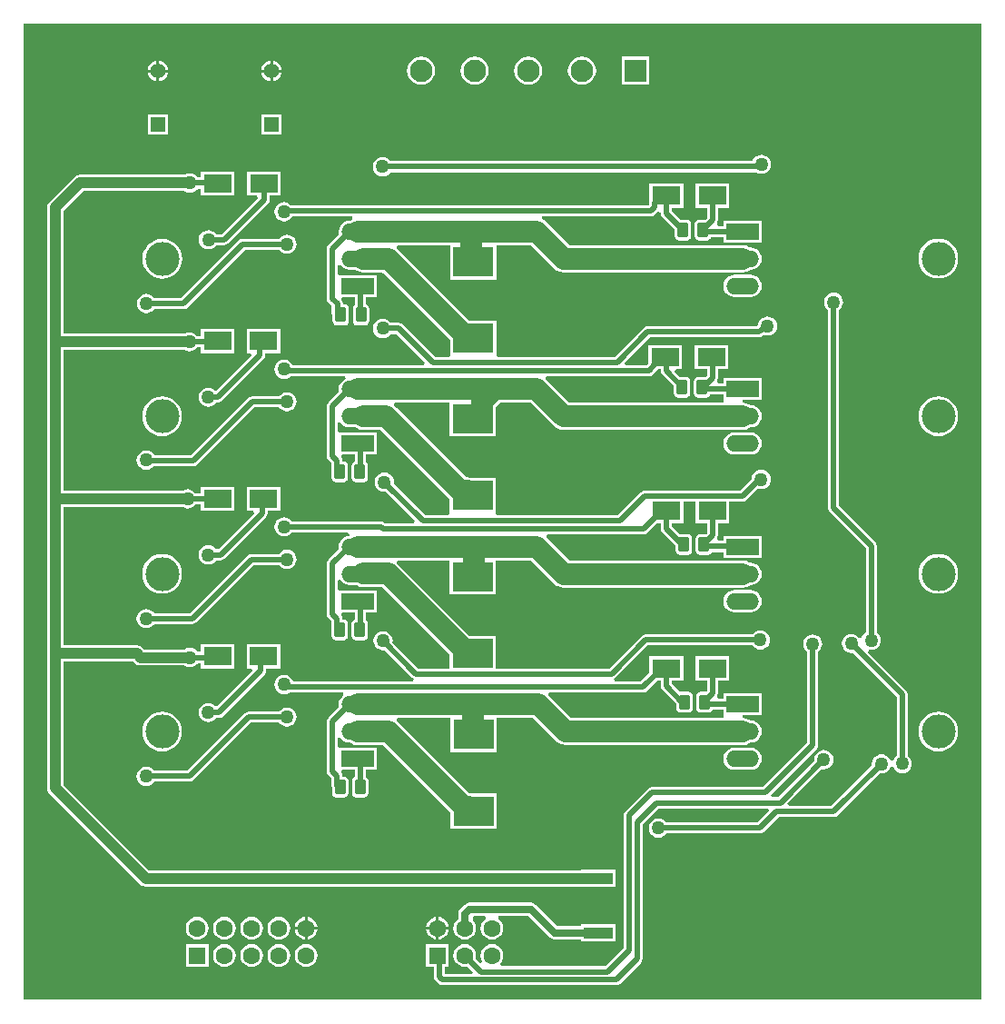
<source format=gbl>
G04*
G04 #@! TF.GenerationSoftware,Altium Limited,Altium Designer,20.0.13 (296)*
G04*
G04 Layer_Physical_Order=2*
G04 Layer_Color=16711680*
%FSLAX44Y44*%
%MOMM*%
G71*
G01*
G75*
G04:AMPARAMS|DCode=39|XSize=1mm|YSize=1.42mm|CornerRadius=0.125mm|HoleSize=0mm|Usage=FLASHONLY|Rotation=0.000|XOffset=0mm|YOffset=0mm|HoleType=Round|Shape=RoundedRectangle|*
%AMROUNDEDRECTD39*
21,1,1.0000,1.1700,0,0,0.0*
21,1,0.7500,1.4200,0,0,0.0*
1,1,0.2500,0.3750,-0.5850*
1,1,0.2500,-0.3750,-0.5850*
1,1,0.2500,-0.3750,0.5850*
1,1,0.2500,0.3750,0.5850*
%
%ADD39ROUNDEDRECTD39*%
%ADD44R,3.8100X2.7940*%
%ADD45R,2.6500X1.7500*%
%ADD49C,0.5000*%
%ADD51C,2.0000*%
%ADD53C,3.1750*%
%ADD54O,3.0480X1.5240*%
%ADD55R,3.0480X1.5240*%
%ADD56C,1.6050*%
%ADD57R,1.6050X1.6050*%
%ADD58R,2.1000X2.1000*%
%ADD59C,2.1000*%
%ADD60R,1.4000X1.4000*%
%ADD61C,1.4000*%
%ADD62C,1.2700*%
%ADD63C,4.0000*%
%ADD64R,2.7000X1.1000*%
%ADD65R,9.2000X10.7000*%
%ADD66C,1.0000*%
%ADD67C,0.7000*%
G36*
X896391Y3609D02*
X3609D01*
Y912891D01*
X896391D01*
Y3609D01*
D02*
G37*
%LPC*%
G36*
X235770Y878455D02*
Y870270D01*
X243955D01*
X243794Y871490D01*
X242833Y873811D01*
X241304Y875804D01*
X239311Y877333D01*
X236990Y878295D01*
X235770Y878455D01*
D02*
G37*
G36*
X129770D02*
Y870270D01*
X137955D01*
X137794Y871490D01*
X136833Y873811D01*
X135304Y875804D01*
X133311Y877333D01*
X130990Y878295D01*
X129770Y878455D01*
D02*
G37*
G36*
X127230D02*
X126010Y878295D01*
X123689Y877333D01*
X121696Y875804D01*
X120167Y873811D01*
X119206Y871490D01*
X119045Y870270D01*
X127230D01*
Y878455D01*
D02*
G37*
G36*
X233230D02*
X232010Y878295D01*
X229689Y877333D01*
X227696Y875804D01*
X226167Y873811D01*
X225205Y871490D01*
X225045Y870270D01*
X233230D01*
Y878455D01*
D02*
G37*
G36*
X243955Y867730D02*
X235770D01*
Y859545D01*
X236990Y859706D01*
X239311Y860667D01*
X241304Y862196D01*
X242833Y864189D01*
X243794Y866510D01*
X243955Y867730D01*
D02*
G37*
G36*
X137955D02*
X129770D01*
Y859545D01*
X130990Y859706D01*
X133311Y860667D01*
X135304Y862196D01*
X136833Y864189D01*
X137794Y866510D01*
X137955Y867730D01*
D02*
G37*
G36*
X127230D02*
X119045D01*
X119206Y866510D01*
X120167Y864189D01*
X121696Y862196D01*
X123689Y860667D01*
X126010Y859706D01*
X127230Y859545D01*
Y867730D01*
D02*
G37*
G36*
X233230D02*
X225045D01*
X225205Y866510D01*
X226167Y864189D01*
X227696Y862196D01*
X229689Y860667D01*
X232010Y859706D01*
X233230Y859545D01*
Y867730D01*
D02*
G37*
G36*
X587040Y882290D02*
X560960D01*
Y856210D01*
X587040D01*
Y882290D01*
D02*
G37*
G36*
X524000Y882402D02*
X520596Y881954D01*
X517424Y880640D01*
X514700Y878550D01*
X512610Y875826D01*
X511296Y872654D01*
X510848Y869250D01*
X511296Y865846D01*
X512610Y862674D01*
X514700Y859950D01*
X517424Y857860D01*
X520596Y856546D01*
X524000Y856097D01*
X527404Y856546D01*
X530576Y857860D01*
X533300Y859950D01*
X535390Y862674D01*
X536704Y865846D01*
X537152Y869250D01*
X536704Y872654D01*
X535390Y875826D01*
X533300Y878550D01*
X530576Y880640D01*
X527404Y881954D01*
X524000Y882402D01*
D02*
G37*
G36*
X474000D02*
X470596Y881954D01*
X467424Y880640D01*
X464700Y878550D01*
X462610Y875826D01*
X461296Y872654D01*
X460848Y869250D01*
X461296Y865846D01*
X462610Y862674D01*
X464700Y859950D01*
X467424Y857860D01*
X470596Y856546D01*
X474000Y856097D01*
X477404Y856546D01*
X480576Y857860D01*
X483300Y859950D01*
X485390Y862674D01*
X486704Y865846D01*
X487152Y869250D01*
X486704Y872654D01*
X485390Y875826D01*
X483300Y878550D01*
X480576Y880640D01*
X477404Y881954D01*
X474000Y882402D01*
D02*
G37*
G36*
X424000D02*
X420596Y881954D01*
X417424Y880640D01*
X414700Y878550D01*
X412610Y875826D01*
X411296Y872654D01*
X410848Y869250D01*
X411296Y865846D01*
X412610Y862674D01*
X414700Y859950D01*
X417424Y857860D01*
X420596Y856546D01*
X424000Y856097D01*
X427404Y856546D01*
X430576Y857860D01*
X433300Y859950D01*
X435390Y862674D01*
X436704Y865846D01*
X437152Y869250D01*
X436704Y872654D01*
X435390Y875826D01*
X433300Y878550D01*
X430576Y880640D01*
X427404Y881954D01*
X424000Y882402D01*
D02*
G37*
G36*
X374000D02*
X370596Y881954D01*
X367424Y880640D01*
X364700Y878550D01*
X362610Y875826D01*
X361296Y872654D01*
X360848Y869250D01*
X361296Y865846D01*
X362610Y862674D01*
X364700Y859950D01*
X367424Y857860D01*
X370596Y856546D01*
X374000Y856097D01*
X377404Y856546D01*
X380576Y857860D01*
X383300Y859950D01*
X385390Y862674D01*
X386704Y865846D01*
X387152Y869250D01*
X386704Y872654D01*
X385390Y875826D01*
X383300Y878550D01*
X380576Y880640D01*
X377404Y881954D01*
X374000Y882402D01*
D02*
G37*
G36*
X244040Y828540D02*
X224960D01*
Y809460D01*
X244040D01*
Y828540D01*
D02*
G37*
G36*
X138040D02*
X118960D01*
Y809460D01*
X138040D01*
Y828540D01*
D02*
G37*
G36*
X691250Y790967D02*
X688929Y790661D01*
X686767Y789765D01*
X684910Y788340D01*
X683485Y786483D01*
X682824Y784889D01*
X345262D01*
X344340Y786090D01*
X342483Y787515D01*
X340321Y788411D01*
X338000Y788717D01*
X335679Y788411D01*
X333517Y787515D01*
X331660Y786090D01*
X330235Y784233D01*
X329339Y782071D01*
X329033Y779750D01*
X329339Y777429D01*
X330235Y775267D01*
X331660Y773410D01*
X333517Y771985D01*
X335679Y771089D01*
X338000Y770783D01*
X340321Y771089D01*
X342483Y771985D01*
X344340Y773410D01*
X345262Y774611D01*
X686276D01*
X686767Y774235D01*
X688929Y773339D01*
X691250Y773033D01*
X693571Y773339D01*
X695733Y774235D01*
X697590Y775660D01*
X699015Y777517D01*
X699911Y779679D01*
X700217Y782000D01*
X699911Y784321D01*
X699015Y786483D01*
X697590Y788340D01*
X695733Y789765D01*
X693571Y790661D01*
X691250Y790967D01*
D02*
G37*
G36*
X200040Y775290D02*
X168460D01*
Y769639D01*
X165513D01*
X164590Y770840D01*
X162733Y772265D01*
X160571Y773161D01*
X158250Y773467D01*
X155929Y773161D01*
X153767Y772265D01*
X153558Y772105D01*
X55750D01*
X53782Y771846D01*
X52707Y771401D01*
X51947Y771086D01*
X50372Y769878D01*
X27622Y747128D01*
X26414Y745553D01*
X25654Y743718D01*
X25395Y741750D01*
Y617000D01*
Y470000D01*
Y326108D01*
Y200750D01*
X25654Y198782D01*
X26414Y196947D01*
X27622Y195372D01*
X111822Y111172D01*
X113398Y109964D01*
X115232Y109204D01*
X117200Y108945D01*
X523460D01*
Y108510D01*
X555540D01*
Y124590D01*
X523460D01*
Y124155D01*
X120350D01*
X40605Y203900D01*
Y318503D01*
X105640D01*
X107020Y317122D01*
X108595Y315914D01*
X109355Y315599D01*
X110429Y315154D01*
X112398Y314895D01*
X153558D01*
X153767Y314735D01*
X155929Y313839D01*
X158250Y313533D01*
X160571Y313839D01*
X162733Y314735D01*
X164590Y316160D01*
X165513Y317361D01*
X168340D01*
Y312140D01*
X199920D01*
Y334720D01*
X168340D01*
Y327639D01*
X165513D01*
X164590Y328840D01*
X162733Y330265D01*
X160571Y331161D01*
X158250Y331467D01*
X155929Y331161D01*
X153767Y330265D01*
X153558Y330105D01*
X115548D01*
X114167Y331485D01*
X112592Y332694D01*
X110758Y333454D01*
X108790Y333713D01*
X40605D01*
Y462395D01*
X151983D01*
X153929Y461589D01*
X156250Y461283D01*
X158571Y461589D01*
X160733Y462485D01*
X162590Y463910D01*
X163512Y465111D01*
X168340D01*
Y459037D01*
X199920D01*
Y481617D01*
X168340D01*
Y475389D01*
X163512D01*
X162590Y476590D01*
X160733Y478015D01*
X158571Y478911D01*
X156250Y479217D01*
X153929Y478911D01*
X151767Y478015D01*
X151232Y477605D01*
X40605D01*
Y609395D01*
X152656D01*
X153517Y608735D01*
X155679Y607839D01*
X158000Y607533D01*
X160321Y607839D01*
X162483Y608735D01*
X164340Y610160D01*
X165263Y611361D01*
X168340D01*
Y605933D01*
X199920D01*
Y628513D01*
X168340D01*
Y621639D01*
X165263D01*
X164340Y622840D01*
X162483Y624265D01*
X160321Y625161D01*
X158000Y625467D01*
X155679Y625161D01*
X154337Y624605D01*
X40605D01*
Y738600D01*
X58900Y756895D01*
X153558D01*
X153767Y756735D01*
X155929Y755839D01*
X158250Y755533D01*
X160571Y755839D01*
X162733Y756735D01*
X164590Y758160D01*
X165513Y759361D01*
X168460D01*
Y752710D01*
X200040D01*
Y775290D01*
D02*
G37*
G36*
X618540Y764040D02*
X586960D01*
Y746997D01*
X586861Y746500D01*
Y744128D01*
X586371Y743639D01*
X252937D01*
X252590Y744090D01*
X250733Y745515D01*
X248571Y746411D01*
X246250Y746717D01*
X243929Y746411D01*
X241767Y745515D01*
X239910Y744090D01*
X238485Y742233D01*
X237589Y740071D01*
X237283Y737750D01*
X237589Y735429D01*
X238485Y733267D01*
X239910Y731410D01*
X241767Y729985D01*
X243929Y729089D01*
X246250Y728783D01*
X248571Y729089D01*
X250733Y729985D01*
X252590Y731410D01*
X254015Y733267D01*
X254055Y733361D01*
X309512D01*
X310010Y730861D01*
X308736Y730334D01*
X307816Y729628D01*
X307440D01*
X304788Y729278D01*
X302316Y728255D01*
X300194Y726626D01*
X298565Y724504D01*
X297542Y722032D01*
X297192Y719380D01*
X297511Y716958D01*
X287616Y707064D01*
X286502Y705396D01*
X286111Y703430D01*
Y656750D01*
X286502Y654783D01*
X287616Y653116D01*
X290683Y650050D01*
Y642928D01*
X291074Y640962D01*
X291536Y640271D01*
Y635900D01*
X291830Y634421D01*
X292668Y633168D01*
X293921Y632330D01*
X295400Y632036D01*
X302900D01*
X304379Y632330D01*
X305632Y633168D01*
X306470Y634421D01*
X306764Y635900D01*
Y647600D01*
X306470Y649079D01*
X305632Y650332D01*
X304379Y651170D01*
X302900Y651464D01*
X300960D01*
Y652178D01*
X300569Y654145D01*
X299455Y655812D01*
X299347Y655920D01*
X300383Y658420D01*
X312361D01*
Y650996D01*
X311368Y650332D01*
X310530Y649079D01*
X310236Y647600D01*
Y635900D01*
X310530Y634421D01*
X311368Y633168D01*
X312621Y632330D01*
X314100Y632036D01*
X321600D01*
X323079Y632330D01*
X324332Y633168D01*
X325170Y634421D01*
X325464Y635900D01*
Y647600D01*
X325170Y649079D01*
X324332Y650332D01*
X323079Y651170D01*
X322639Y651258D01*
Y658420D01*
X332840D01*
Y678740D01*
X298889D01*
X297280Y678740D01*
X296389Y680871D01*
Y687766D01*
X297216Y688181D01*
X298889Y688435D01*
X300194Y686734D01*
X302316Y685105D01*
X304788Y684081D01*
X307440Y683732D01*
X313212D01*
X313976Y683146D01*
X317026Y681883D01*
X320300Y681452D01*
X338146D01*
X401160Y618438D01*
Y605139D01*
X401160Y603305D01*
X398936Y602639D01*
X386879D01*
X356884Y632634D01*
X355216Y633748D01*
X353250Y634139D01*
X345513D01*
X344590Y635340D01*
X342733Y636765D01*
X340571Y637661D01*
X338250Y637967D01*
X335929Y637661D01*
X333767Y636765D01*
X331910Y635340D01*
X330485Y633483D01*
X329589Y631321D01*
X329283Y629000D01*
X329589Y626679D01*
X330485Y624517D01*
X331910Y622660D01*
X333767Y621235D01*
X335929Y620339D01*
X338250Y620033D01*
X340571Y620339D01*
X342733Y621235D01*
X344590Y622660D01*
X345513Y623861D01*
X351121D01*
X377824Y597158D01*
X376868Y594849D01*
X254147D01*
X253895Y595457D01*
X252470Y597314D01*
X250613Y598739D01*
X248451Y599635D01*
X246130Y599940D01*
X243809Y599635D01*
X241647Y598739D01*
X239790Y597314D01*
X238365Y595457D01*
X237469Y593294D01*
X237163Y590973D01*
X237469Y588653D01*
X238365Y586490D01*
X239790Y584633D01*
X241647Y583208D01*
X243809Y582312D01*
X246130Y582007D01*
X248451Y582312D01*
X250613Y583208D01*
X252390Y584571D01*
X303131D01*
X303628Y582071D01*
X302196Y581478D01*
X300074Y579850D01*
X298445Y577727D01*
X297421Y575256D01*
X297072Y572603D01*
X297391Y570182D01*
X287496Y560287D01*
X286382Y558620D01*
X285991Y556653D01*
Y509973D01*
X286382Y508007D01*
X287496Y506340D01*
X290563Y503273D01*
Y501487D01*
X290536Y501350D01*
Y489650D01*
X290830Y488171D01*
X291668Y486918D01*
X292921Y486080D01*
X294400Y485786D01*
X301900D01*
X303379Y486080D01*
X304632Y486918D01*
X305470Y488171D01*
X305764Y489650D01*
Y501350D01*
X305470Y502829D01*
X304632Y504082D01*
X303379Y504920D01*
X301900Y505214D01*
X300840D01*
Y505402D01*
X300449Y507368D01*
X299335Y509035D01*
X299227Y509143D01*
X300263Y511643D01*
X312241D01*
Y505043D01*
X311621Y504920D01*
X310368Y504082D01*
X309530Y502829D01*
X309236Y501350D01*
Y489650D01*
X309530Y488171D01*
X310368Y486918D01*
X311621Y486080D01*
X313100Y485786D01*
X320600D01*
X322079Y486080D01*
X323332Y486918D01*
X324170Y488171D01*
X324464Y489650D01*
Y501350D01*
X324170Y502829D01*
X323332Y504082D01*
X322519Y504626D01*
Y511643D01*
X332720D01*
Y531963D01*
X298769D01*
X297160Y531963D01*
X296269Y534094D01*
Y540990D01*
X297096Y541404D01*
X298769Y541658D01*
X300074Y539957D01*
X302196Y538329D01*
X304668Y537305D01*
X307320Y536956D01*
X312936D01*
X313856Y536250D01*
X316906Y534986D01*
X320180Y534555D01*
X336058D01*
X400410Y470203D01*
Y457389D01*
X400410Y457055D01*
X399604Y454889D01*
X377878D01*
X348519Y484248D01*
X348717Y485750D01*
X348411Y488071D01*
X347515Y490233D01*
X346090Y492090D01*
X344233Y493515D01*
X342071Y494411D01*
X339750Y494717D01*
X337429Y494411D01*
X335267Y493515D01*
X333410Y492090D01*
X331985Y490233D01*
X331089Y488071D01*
X330783Y485750D01*
X331089Y483429D01*
X331985Y481267D01*
X333410Y479410D01*
X335267Y477985D01*
X337429Y477089D01*
X339750Y476783D01*
X341252Y476981D01*
X368574Y449658D01*
X367618Y447349D01*
X340814D01*
X340453Y447710D01*
X338786Y448824D01*
X336819Y449215D01*
X253393D01*
X252470Y450417D01*
X250613Y451842D01*
X248451Y452738D01*
X246130Y453043D01*
X243809Y452738D01*
X241647Y451842D01*
X239790Y450417D01*
X238365Y448560D01*
X237469Y446397D01*
X237163Y444077D01*
X237469Y441756D01*
X238365Y439593D01*
X239790Y437736D01*
X241647Y436311D01*
X243809Y435415D01*
X246130Y435110D01*
X248451Y435415D01*
X250613Y436311D01*
X252470Y437736D01*
X253393Y438938D01*
X305433D01*
X305537Y438886D01*
X306938Y436438D01*
X306597Y435859D01*
X304668Y435605D01*
X302196Y434581D01*
X300074Y432953D01*
X298445Y430830D01*
X297421Y428359D01*
X297072Y425707D01*
X297391Y423285D01*
X287496Y413390D01*
X286382Y411723D01*
X285991Y409757D01*
Y363077D01*
X286382Y361110D01*
X287496Y359443D01*
X290563Y356376D01*
Y354237D01*
X290536Y354100D01*
Y342400D01*
X290830Y340921D01*
X291668Y339668D01*
X292921Y338830D01*
X294400Y338536D01*
X301900D01*
X303379Y338830D01*
X304632Y339668D01*
X305470Y340921D01*
X305764Y342400D01*
Y354100D01*
X305470Y355579D01*
X304632Y356832D01*
X303379Y357670D01*
X301900Y357964D01*
X300840D01*
Y358505D01*
X300449Y360471D01*
X299335Y362139D01*
X299227Y362247D01*
X300263Y364747D01*
X312241D01*
Y357793D01*
X311621Y357670D01*
X310368Y356832D01*
X309530Y355579D01*
X309236Y354100D01*
Y342400D01*
X309530Y340921D01*
X310368Y339668D01*
X311621Y338830D01*
X313100Y338536D01*
X320600D01*
X322079Y338830D01*
X323332Y339668D01*
X324170Y340921D01*
X324464Y342400D01*
Y354100D01*
X324170Y355579D01*
X323332Y356832D01*
X322519Y357376D01*
Y364747D01*
X332720D01*
Y385067D01*
X298769D01*
X297160Y385067D01*
X296269Y387197D01*
Y394093D01*
X297096Y394507D01*
X298769Y394761D01*
X300074Y393060D01*
X302196Y391432D01*
X304668Y390408D01*
X307320Y390059D01*
X313092D01*
X313856Y389473D01*
X316906Y388209D01*
X320180Y387778D01*
X338026D01*
X400410Y325394D01*
Y312194D01*
X371573D01*
X347269Y336498D01*
X347467Y338000D01*
X347161Y340321D01*
X346265Y342483D01*
X344840Y344340D01*
X342983Y345765D01*
X340821Y346661D01*
X338500Y346967D01*
X336179Y346661D01*
X334017Y345765D01*
X332160Y344340D01*
X330735Y342483D01*
X329839Y340321D01*
X329533Y338000D01*
X329839Y335679D01*
X330735Y333517D01*
X332160Y331660D01*
X334017Y330235D01*
X336179Y329339D01*
X338500Y329033D01*
X340002Y329231D01*
X365811Y303421D01*
X367043Y302599D01*
X366796Y300537D01*
X366627Y300099D01*
X254543D01*
X253895Y301663D01*
X252470Y303520D01*
X250613Y304945D01*
X248451Y305841D01*
X246130Y306147D01*
X243809Y305841D01*
X241647Y304945D01*
X239790Y303520D01*
X238365Y301663D01*
X237469Y299501D01*
X237163Y297180D01*
X237469Y294859D01*
X238365Y292697D01*
X239790Y290840D01*
X241647Y289415D01*
X243809Y288519D01*
X246130Y288213D01*
X248451Y288519D01*
X250613Y289415D01*
X251143Y289821D01*
X301066D01*
X301347Y289291D01*
X301722Y287321D01*
X300074Y286056D01*
X298445Y283934D01*
X297421Y281462D01*
X297072Y278810D01*
X297391Y276388D01*
X287496Y266494D01*
X286382Y264827D01*
X285991Y262860D01*
Y216180D01*
X286382Y214214D01*
X287496Y212546D01*
X290563Y209480D01*
Y202358D01*
X290786Y201238D01*
Y195900D01*
X291080Y194421D01*
X291918Y193168D01*
X293171Y192330D01*
X294650Y192036D01*
X302150D01*
X303629Y192330D01*
X304882Y193168D01*
X305720Y194421D01*
X306014Y195900D01*
Y207600D01*
X305720Y209079D01*
X304882Y210332D01*
X303629Y211170D01*
X302150Y211464D01*
X300840D01*
Y211608D01*
X300449Y213575D01*
X299335Y215242D01*
X299227Y215350D01*
X300263Y217850D01*
X312241D01*
Y211244D01*
X311871Y211170D01*
X310618Y210332D01*
X309780Y209079D01*
X309486Y207600D01*
Y195900D01*
X309780Y194421D01*
X310618Y193168D01*
X311871Y192330D01*
X313350Y192036D01*
X320850D01*
X322329Y192330D01*
X323582Y193168D01*
X324420Y194421D01*
X324714Y195900D01*
Y207600D01*
X324420Y209079D01*
X323582Y210332D01*
X322519Y211043D01*
Y217850D01*
X332720D01*
Y238170D01*
X298769D01*
X297160Y238170D01*
X296269Y240301D01*
Y247196D01*
X297096Y247611D01*
X298769Y247865D01*
X300074Y246164D01*
X302196Y244535D01*
X304668Y243512D01*
X307320Y243162D01*
X307696D01*
X308616Y242456D01*
X311666Y241193D01*
X314940Y240762D01*
X338586D01*
X401410Y177938D01*
Y162805D01*
X444590D01*
Y195825D01*
X419852D01*
X419213Y195909D01*
X352769Y262354D01*
X351220Y263542D01*
X352069Y266042D01*
X401410D01*
Y234175D01*
X444590D01*
Y266042D01*
X478321D01*
X499857Y244506D01*
X502477Y242496D01*
X505527Y241232D01*
X508801Y240801D01*
X509126Y240844D01*
X509750Y240762D01*
X529590D01*
X530501Y240882D01*
X672928D01*
X673840Y240762D01*
X677114Y241193D01*
X680164Y242456D01*
X681084Y243162D01*
X681460D01*
X684112Y243512D01*
X686584Y244535D01*
X688706Y246164D01*
X690335Y248286D01*
X691358Y250758D01*
X691708Y253410D01*
X691358Y256062D01*
X690335Y258534D01*
X688706Y260656D01*
X686584Y262285D01*
X684112Y263309D01*
X681460Y263658D01*
X681121D01*
X680044Y264484D01*
X676994Y265747D01*
X673934Y266150D01*
X674098Y268650D01*
X691620D01*
Y288970D01*
X656060D01*
Y284069D01*
X651209D01*
X649947Y286569D01*
X650378Y287213D01*
X650769Y289180D01*
Y300890D01*
X661420D01*
Y323470D01*
X629840D01*
Y300890D01*
X640491D01*
Y291308D01*
X639647Y290464D01*
X634600D01*
X633121Y290170D01*
X631868Y289332D01*
X631030Y288079D01*
X630736Y286600D01*
Y274900D01*
X631030Y273421D01*
X631868Y272168D01*
X633121Y271330D01*
X634600Y271036D01*
X642100D01*
X643579Y271330D01*
X644832Y272168D01*
X645670Y273421D01*
X645744Y273791D01*
X656060D01*
Y268678D01*
X656060Y268650D01*
X655992Y266178D01*
X529590D01*
X528679Y266058D01*
X514079D01*
X492816Y287321D01*
X492900Y288094D01*
X493723Y289821D01*
X580910D01*
X582877Y290212D01*
X584544Y291326D01*
X594107Y300890D01*
X597491D01*
Y295680D01*
X597882Y293713D01*
X598996Y292046D01*
X612036Y279007D01*
Y274900D01*
X612330Y273421D01*
X613168Y272168D01*
X614421Y271330D01*
X615900Y271036D01*
X623400D01*
X624879Y271330D01*
X626133Y272168D01*
X626970Y273421D01*
X627264Y274900D01*
Y286600D01*
X626970Y288079D01*
X626133Y289332D01*
X624879Y290170D01*
X623400Y290464D01*
X615900D01*
X615244Y290334D01*
X607769Y297808D01*
Y300890D01*
X618420D01*
Y323470D01*
X586840D01*
Y308157D01*
X578781Y300099D01*
X554373D01*
X554204Y300537D01*
X553957Y302599D01*
X555189Y303421D01*
X585378Y333611D01*
X682988D01*
X683910Y332410D01*
X685767Y330985D01*
X687929Y330089D01*
X690250Y329783D01*
X692571Y330089D01*
X694733Y330985D01*
X696590Y332410D01*
X698015Y334267D01*
X698911Y336429D01*
X699217Y338750D01*
X698911Y341071D01*
X698015Y343233D01*
X696590Y345090D01*
X694733Y346515D01*
X692571Y347411D01*
X690250Y347717D01*
X687929Y347411D01*
X685767Y346515D01*
X683910Y345090D01*
X682988Y343889D01*
X583250D01*
X581283Y343498D01*
X579616Y342384D01*
X549426Y312194D01*
X443590D01*
Y342575D01*
X420064D01*
X418843Y342736D01*
X352209Y409370D01*
X350973Y410318D01*
X351822Y412818D01*
X400410D01*
Y380925D01*
X443590D01*
Y412938D01*
X476451D01*
X498026Y391363D01*
X498026Y391363D01*
X500646Y389353D01*
X502433Y388613D01*
X503696Y388089D01*
X506970Y387659D01*
X673840D01*
X677114Y388089D01*
X680164Y389353D01*
X681084Y390059D01*
X681460D01*
X684112Y390408D01*
X686584Y391432D01*
X688706Y393060D01*
X690335Y395183D01*
X691358Y397654D01*
X691708Y400307D01*
X691358Y402959D01*
X690335Y405430D01*
X688706Y407553D01*
X686584Y409181D01*
X684112Y410205D01*
X681460Y410554D01*
X681084D01*
X680164Y411260D01*
X677114Y412524D01*
X673840Y412955D01*
X512209D01*
X490634Y434530D01*
X490580Y434571D01*
X491429Y437071D01*
X581263D01*
X583230Y437462D01*
X584897Y438576D01*
X594107Y447787D01*
X597491D01*
Y442577D01*
X597882Y440610D01*
X598996Y438943D01*
X611536Y426404D01*
Y421900D01*
X611830Y420421D01*
X612668Y419168D01*
X613921Y418330D01*
X615400Y418036D01*
X622900D01*
X624379Y418330D01*
X625632Y419168D01*
X626470Y420421D01*
X626764Y421900D01*
Y433600D01*
X626470Y435079D01*
X625632Y436332D01*
X624379Y437170D01*
X622900Y437464D01*
X615400D01*
X615074Y437399D01*
X607769Y444705D01*
Y447787D01*
X618420D01*
Y467728D01*
X629840D01*
Y447787D01*
X640491D01*
Y438205D01*
X639750Y437464D01*
X634100D01*
X632621Y437170D01*
X631367Y436332D01*
X630530Y435079D01*
X630236Y433600D01*
Y421900D01*
X630530Y420421D01*
X631367Y419168D01*
X632621Y418330D01*
X634100Y418036D01*
X641600D01*
X643079Y418330D01*
X644332Y419168D01*
X645170Y420421D01*
X645223Y420688D01*
X656060D01*
Y415547D01*
X691620D01*
Y435867D01*
X656060D01*
Y430965D01*
X651209D01*
X649947Y433465D01*
X650378Y434110D01*
X650769Y436077D01*
Y447787D01*
X661420D01*
Y467728D01*
X673586D01*
X675553Y468119D01*
X677220Y469233D01*
X687991Y480004D01*
X688809Y479665D01*
X691130Y479360D01*
X693451Y479665D01*
X695613Y480561D01*
X697470Y481986D01*
X698895Y483843D01*
X699791Y486006D01*
X700097Y488327D01*
X699791Y490647D01*
X698895Y492810D01*
X697470Y494667D01*
X695613Y496092D01*
X693451Y496988D01*
X691130Y497293D01*
X688809Y496988D01*
X686647Y496092D01*
X684790Y494667D01*
X683365Y492810D01*
X682469Y490647D01*
X682222Y488769D01*
X671458Y478005D01*
X582420D01*
X580453Y477614D01*
X578786Y476500D01*
X557175Y454889D01*
X444396D01*
X443590Y457055D01*
X443590Y457389D01*
Y490075D01*
X418852D01*
X418030Y490183D01*
X418030Y490183D01*
X416204D01*
X350240Y556147D01*
X348692Y557335D01*
X349541Y559835D01*
X400410D01*
Y528425D01*
X443590D01*
Y548083D01*
X443698Y548905D01*
Y556045D01*
X447488Y559835D01*
X476451D01*
X497906Y538380D01*
X497906Y538380D01*
X497906Y538380D01*
X498026Y538260D01*
X498026Y538260D01*
X500646Y536250D01*
X503696Y534986D01*
X506970Y534555D01*
X673840D01*
X677114Y534986D01*
X680164Y536250D01*
X681084Y536956D01*
X681460D01*
X684112Y537305D01*
X686584Y538329D01*
X688706Y539957D01*
X690335Y542080D01*
X691358Y544551D01*
X691708Y547203D01*
X691358Y549856D01*
X690335Y552327D01*
X688706Y554450D01*
X686584Y556078D01*
X684112Y557102D01*
X681460Y557451D01*
X681121D01*
X680044Y558277D01*
X676994Y559540D01*
X673934Y559943D01*
X674098Y562443D01*
X691620D01*
Y582763D01*
X656060D01*
Y577862D01*
X651209D01*
X649947Y580362D01*
X650378Y581007D01*
X650769Y582973D01*
Y590960D01*
X660540D01*
Y613540D01*
X628960D01*
Y590960D01*
X640491D01*
Y585102D01*
X639354Y583964D01*
X632350D01*
X630871Y583670D01*
X629618Y582832D01*
X628780Y581579D01*
X628486Y580100D01*
Y568400D01*
X628780Y566921D01*
X629618Y565668D01*
X630871Y564830D01*
X632350Y564536D01*
X639850D01*
X641329Y564830D01*
X642582Y565668D01*
X643420Y566921D01*
X643552Y567585D01*
X656060D01*
Y562472D01*
X656060Y562443D01*
X655992Y559972D01*
X512089D01*
X490117Y581944D01*
X489951Y582071D01*
X490799Y584571D01*
X586367D01*
X588333Y584963D01*
X590000Y586076D01*
X594884Y590960D01*
X597491D01*
Y589473D01*
X597882Y587507D01*
X598996Y585840D01*
X609786Y575050D01*
Y568400D01*
X610080Y566921D01*
X610918Y565668D01*
X612171Y564830D01*
X613650Y564536D01*
X621150D01*
X622629Y564830D01*
X623882Y565668D01*
X624720Y566921D01*
X625014Y568400D01*
Y580100D01*
X624720Y581579D01*
X623882Y582832D01*
X622629Y583670D01*
X621150Y583964D01*
X615406D01*
X610720Y588650D01*
X611677Y590960D01*
X617540D01*
Y613540D01*
X585960D01*
Y596571D01*
X584238Y594849D01*
X564632D01*
X563676Y597158D01*
X587379Y620861D01*
X688750D01*
X690716Y621253D01*
X692035Y622134D01*
X692633Y622253D01*
X693727Y622983D01*
X694679Y622589D01*
X697000Y622283D01*
X699321Y622589D01*
X701483Y623485D01*
X703340Y624910D01*
X704765Y626767D01*
X705661Y628929D01*
X705967Y631250D01*
X705661Y633571D01*
X704765Y635733D01*
X703340Y637590D01*
X701483Y639015D01*
X699321Y639911D01*
X697000Y640217D01*
X694679Y639911D01*
X692517Y639015D01*
X690660Y637590D01*
X689235Y635733D01*
X688339Y633571D01*
X688107Y631812D01*
X687784Y631748D01*
X686872Y631139D01*
X585250D01*
X583284Y630748D01*
X581616Y629634D01*
X554621Y602639D01*
X446564D01*
X444340Y603305D01*
X444340Y605139D01*
Y636325D01*
X419602D01*
X418963Y636409D01*
X352329Y703044D01*
X350937Y704112D01*
X351785Y706612D01*
X401160D01*
Y674675D01*
X444340D01*
Y706612D01*
X476571D01*
X498026Y685156D01*
X498026Y685156D01*
X500646Y683146D01*
X503696Y681883D01*
X506970Y681452D01*
X506970Y681452D01*
X673840D01*
X677114Y681883D01*
X680164Y683146D01*
X681084Y683852D01*
X681460D01*
X684112Y684202D01*
X686584Y685225D01*
X688706Y686854D01*
X690335Y688976D01*
X691358Y691448D01*
X691708Y694100D01*
X691358Y696752D01*
X690335Y699224D01*
X688706Y701346D01*
X686584Y702975D01*
X684112Y703998D01*
X681460Y704348D01*
X681084D01*
X680164Y705054D01*
X677114Y706317D01*
X673840Y706748D01*
X512209D01*
X490754Y728204D01*
X488134Y730214D01*
X486571Y730861D01*
X487068Y733361D01*
X588500D01*
X590466Y733752D01*
X592134Y734866D01*
X595111Y737844D01*
X597168Y737236D01*
X597611Y736910D01*
Y736250D01*
X598002Y734284D01*
X599116Y732616D01*
X610536Y721197D01*
Y714900D01*
X610830Y713421D01*
X611668Y712168D01*
X612921Y711330D01*
X614400Y711036D01*
X621900D01*
X623379Y711330D01*
X624632Y712168D01*
X625470Y713421D01*
X625764Y714900D01*
Y726600D01*
X625470Y728079D01*
X624632Y729332D01*
X623379Y730170D01*
X621900Y730464D01*
X615803D01*
X607889Y738379D01*
Y741460D01*
X618540D01*
Y764040D01*
D02*
G37*
G36*
X243040Y775290D02*
X211460D01*
Y752710D01*
X220657D01*
X221693Y750210D01*
X188372Y716889D01*
X182903D01*
X181980Y718090D01*
X180123Y719515D01*
X177961Y720411D01*
X175640Y720717D01*
X173319Y720411D01*
X171157Y719515D01*
X169300Y718090D01*
X167875Y716233D01*
X166979Y714071D01*
X166673Y711750D01*
X166979Y709429D01*
X167875Y707267D01*
X169300Y705410D01*
X171157Y703985D01*
X173319Y703089D01*
X175640Y702783D01*
X177961Y703089D01*
X180123Y703985D01*
X181980Y705410D01*
X182903Y706611D01*
X190500D01*
X192467Y707002D01*
X194134Y708116D01*
X231384Y745366D01*
X232498Y747033D01*
X232889Y749000D01*
Y752710D01*
X243040D01*
Y775290D01*
D02*
G37*
G36*
X661540Y764040D02*
X629960D01*
Y741460D01*
X640611D01*
Y731879D01*
X639197Y730464D01*
X633100D01*
X631621Y730170D01*
X630368Y729332D01*
X629530Y728079D01*
X629236Y726600D01*
Y714900D01*
X629530Y713421D01*
X630368Y712168D01*
X631621Y711330D01*
X633100Y711036D01*
X640600D01*
X642079Y711330D01*
X643332Y712168D01*
X644170Y713421D01*
X644357Y714361D01*
X656060D01*
Y709340D01*
X691620D01*
Y729660D01*
X656060D01*
Y724639D01*
X651329D01*
X650067Y727139D01*
X650498Y727784D01*
X650889Y729750D01*
Y741460D01*
X661540D01*
Y764040D01*
D02*
G37*
G36*
X249000Y716467D02*
X246679Y716161D01*
X244517Y715265D01*
X242660Y713840D01*
X241737Y712639D01*
X207750D01*
X205784Y712248D01*
X204116Y711134D01*
X150372Y657389D01*
X125013D01*
X124090Y658590D01*
X122233Y660015D01*
X120071Y660911D01*
X117750Y661217D01*
X115429Y660911D01*
X113267Y660015D01*
X111410Y658590D01*
X109985Y656733D01*
X109089Y654571D01*
X108783Y652250D01*
X109089Y649929D01*
X109985Y647767D01*
X111410Y645910D01*
X113267Y644485D01*
X115429Y643589D01*
X117750Y643283D01*
X120071Y643589D01*
X122233Y644485D01*
X124090Y645910D01*
X125013Y647111D01*
X152500D01*
X154466Y647502D01*
X156134Y648616D01*
X209879Y702361D01*
X241737D01*
X242660Y701160D01*
X244517Y699735D01*
X246679Y698839D01*
X249000Y698533D01*
X251321Y698839D01*
X253483Y699735D01*
X255340Y701160D01*
X256765Y703017D01*
X257661Y705179D01*
X257967Y707500D01*
X257661Y709821D01*
X256765Y711983D01*
X255340Y713840D01*
X253483Y715265D01*
X251321Y716161D01*
X249000Y716467D01*
D02*
G37*
G36*
X856340Y712604D02*
X852730Y712249D01*
X849259Y711196D01*
X846060Y709486D01*
X843256Y707184D01*
X840954Y704380D01*
X839244Y701181D01*
X838191Y697710D01*
X837836Y694100D01*
X838191Y690490D01*
X839244Y687019D01*
X840954Y683820D01*
X843256Y681016D01*
X846060Y678714D01*
X849259Y677004D01*
X852730Y675951D01*
X856340Y675596D01*
X859950Y675951D01*
X863421Y677004D01*
X866620Y678714D01*
X869424Y681016D01*
X871726Y683820D01*
X873436Y687019D01*
X874489Y690490D01*
X874844Y694100D01*
X874489Y697710D01*
X873436Y701181D01*
X871726Y704380D01*
X869424Y707184D01*
X866620Y709486D01*
X863421Y711196D01*
X859950Y712249D01*
X856340Y712604D01*
D02*
G37*
G36*
X132560Y712484D02*
X128950Y712129D01*
X125479Y711076D01*
X122280Y709366D01*
X119476Y707064D01*
X117174Y704260D01*
X115464Y701061D01*
X114411Y697590D01*
X114056Y693980D01*
X114411Y690370D01*
X115464Y686899D01*
X117174Y683700D01*
X119476Y680896D01*
X122280Y678594D01*
X125479Y676884D01*
X128950Y675831D01*
X132560Y675476D01*
X136170Y675831D01*
X139641Y676884D01*
X142840Y678594D01*
X145644Y680896D01*
X147946Y683700D01*
X149656Y686899D01*
X150709Y690370D01*
X151064Y693980D01*
X150709Y697590D01*
X149656Y701061D01*
X147946Y704260D01*
X145644Y707064D01*
X142840Y709366D01*
X139641Y711076D01*
X136170Y712129D01*
X132560Y712484D01*
D02*
G37*
G36*
X681460Y678948D02*
X666220D01*
X663568Y678598D01*
X661096Y677575D01*
X658974Y675946D01*
X657345Y673824D01*
X656321Y671352D01*
X655972Y668700D01*
X656321Y666048D01*
X657345Y663576D01*
X658974Y661454D01*
X661096Y659825D01*
X663568Y658801D01*
X666220Y658452D01*
X681460D01*
X684112Y658801D01*
X686584Y659825D01*
X688706Y661454D01*
X690335Y663576D01*
X691358Y666048D01*
X691708Y668700D01*
X691358Y671352D01*
X690335Y673824D01*
X688706Y675946D01*
X686584Y677575D01*
X684112Y678598D01*
X681460Y678948D01*
D02*
G37*
G36*
X242920Y628513D02*
X211340D01*
Y605933D01*
X214900D01*
X215856Y603624D01*
X184375Y572143D01*
X181860Y571314D01*
X180003Y572739D01*
X177841Y573634D01*
X175520Y573940D01*
X173199Y573634D01*
X171037Y572739D01*
X169179Y571314D01*
X167755Y569457D01*
X166859Y567294D01*
X166553Y564973D01*
X166859Y562653D01*
X167755Y560490D01*
X169179Y558633D01*
X171037Y557208D01*
X173199Y556312D01*
X175520Y556007D01*
X177841Y556312D01*
X180003Y557208D01*
X181860Y558633D01*
X183025Y560151D01*
X184790D01*
X186757Y560542D01*
X188424Y561656D01*
X227036Y600269D01*
X228150Y601936D01*
X228541Y603902D01*
Y605933D01*
X242920D01*
Y628513D01*
D02*
G37*
G36*
X248880Y569690D02*
X246559Y569384D01*
X244397Y568489D01*
X242540Y567064D01*
X241617Y565862D01*
X216473D01*
X214507Y565471D01*
X212840Y564357D01*
X159095Y510612D01*
X125504D01*
X125395Y510873D01*
X123970Y512730D01*
X122113Y514155D01*
X119951Y515051D01*
X117630Y515357D01*
X115309Y515051D01*
X113147Y514155D01*
X111290Y512730D01*
X109865Y510873D01*
X108969Y508711D01*
X108663Y506390D01*
X108969Y504069D01*
X109865Y501907D01*
X111290Y500050D01*
X113147Y498625D01*
X115309Y497729D01*
X117630Y497423D01*
X119951Y497729D01*
X122113Y498625D01*
X123970Y500050D01*
X124189Y500335D01*
X161223D01*
X163190Y500726D01*
X164857Y501840D01*
X218602Y555585D01*
X241617D01*
X242540Y554383D01*
X244397Y552958D01*
X246559Y552062D01*
X248880Y551757D01*
X251201Y552062D01*
X253363Y552958D01*
X255220Y554383D01*
X256645Y556240D01*
X257541Y558403D01*
X257847Y560723D01*
X257541Y563044D01*
X256645Y565207D01*
X255220Y567064D01*
X253363Y568489D01*
X251201Y569384D01*
X248880Y569690D01*
D02*
G37*
G36*
X856340Y565707D02*
X852730Y565352D01*
X849259Y564299D01*
X846060Y562589D01*
X843256Y560288D01*
X840954Y557484D01*
X839244Y554285D01*
X838191Y550813D01*
X837836Y547203D01*
X838191Y543593D01*
X839244Y540122D01*
X840954Y536923D01*
X843256Y534119D01*
X846060Y531818D01*
X849259Y530108D01*
X852730Y529055D01*
X856340Y528699D01*
X859950Y529055D01*
X863421Y530108D01*
X866620Y531818D01*
X869424Y534119D01*
X871726Y536923D01*
X873436Y540122D01*
X874489Y543593D01*
X874844Y547203D01*
X874489Y550813D01*
X873436Y554285D01*
X871726Y557484D01*
X869424Y560288D01*
X866620Y562589D01*
X863421Y564299D01*
X859950Y565352D01*
X856340Y565707D01*
D02*
G37*
G36*
X132440D02*
X128830Y565352D01*
X125359Y564299D01*
X122160Y562589D01*
X119356Y560288D01*
X117054Y557484D01*
X115344Y554285D01*
X114291Y550813D01*
X113936Y547203D01*
X114291Y543593D01*
X115344Y540122D01*
X117054Y536923D01*
X119356Y534119D01*
X122160Y531818D01*
X125359Y530108D01*
X128830Y529055D01*
X132440Y528699D01*
X136050Y529055D01*
X139521Y530108D01*
X142720Y531818D01*
X145524Y534119D01*
X147826Y536923D01*
X149536Y540122D01*
X150589Y543593D01*
X150944Y547203D01*
X150589Y550813D01*
X149536Y554285D01*
X147826Y557484D01*
X145524Y560288D01*
X142720Y562589D01*
X139521Y564299D01*
X136050Y565352D01*
X132440Y565707D01*
D02*
G37*
G36*
X681460Y532051D02*
X666220D01*
X663568Y531702D01*
X661096Y530678D01*
X658974Y529049D01*
X657345Y526927D01*
X656321Y524456D01*
X655972Y521803D01*
X656321Y519151D01*
X657345Y516679D01*
X658974Y514557D01*
X661096Y512929D01*
X663568Y511905D01*
X666220Y511556D01*
X681460D01*
X684112Y511905D01*
X686584Y512929D01*
X688706Y514557D01*
X690335Y516679D01*
X691358Y519151D01*
X691708Y521803D01*
X691358Y524456D01*
X690335Y526927D01*
X688706Y529049D01*
X686584Y530678D01*
X684112Y531702D01*
X681460Y532051D01*
D02*
G37*
G36*
X242920Y481617D02*
X211340D01*
Y459037D01*
X217253D01*
X218210Y456727D01*
X185073Y423590D01*
X182403Y423710D01*
X181860Y424417D01*
X180003Y425842D01*
X177841Y426738D01*
X175520Y427043D01*
X173199Y426738D01*
X171037Y425842D01*
X169179Y424417D01*
X167755Y422560D01*
X166859Y420397D01*
X166553Y418077D01*
X166859Y415756D01*
X167755Y413593D01*
X169179Y411736D01*
X171037Y410311D01*
X173199Y409416D01*
X175520Y409110D01*
X177841Y409416D01*
X180003Y410311D01*
X181860Y411736D01*
X182782Y412938D01*
X186827D01*
X188793Y413329D01*
X190460Y414443D01*
X229389Y453372D01*
X230503Y455039D01*
X230894Y457006D01*
Y459037D01*
X242920D01*
Y481617D01*
D02*
G37*
G36*
X248880Y422793D02*
X246559Y422488D01*
X244397Y421592D01*
X242540Y420167D01*
X241617Y418965D01*
X215827D01*
X213860Y418574D01*
X212193Y417460D01*
X158448Y363715D01*
X124893D01*
X123970Y364917D01*
X122113Y366342D01*
X119951Y367238D01*
X117630Y367543D01*
X115309Y367238D01*
X113147Y366342D01*
X111290Y364917D01*
X109865Y363060D01*
X108969Y360897D01*
X108663Y358577D01*
X108969Y356256D01*
X109865Y354093D01*
X111290Y352236D01*
X113147Y350811D01*
X115309Y349916D01*
X117630Y349610D01*
X119951Y349916D01*
X122113Y350811D01*
X123970Y352236D01*
X124893Y353438D01*
X160577D01*
X162543Y353829D01*
X164210Y354943D01*
X217955Y408688D01*
X241617D01*
X242540Y407486D01*
X244397Y406061D01*
X246559Y405165D01*
X248880Y404860D01*
X251201Y405165D01*
X253363Y406061D01*
X255220Y407486D01*
X256645Y409343D01*
X257541Y411506D01*
X257847Y413827D01*
X257541Y416147D01*
X256645Y418310D01*
X255220Y420167D01*
X253363Y421592D01*
X251201Y422488D01*
X248880Y422793D01*
D02*
G37*
G36*
X856340Y418811D02*
X852730Y418455D01*
X849259Y417402D01*
X846060Y415692D01*
X843256Y413391D01*
X840954Y410587D01*
X839244Y407388D01*
X838191Y403917D01*
X837836Y400307D01*
X838191Y396697D01*
X839244Y393226D01*
X840954Y390026D01*
X843256Y387222D01*
X846060Y384921D01*
X849259Y383211D01*
X852730Y382158D01*
X856340Y381803D01*
X859950Y382158D01*
X863421Y383211D01*
X866620Y384921D01*
X869424Y387222D01*
X871726Y390026D01*
X873436Y393226D01*
X874489Y396697D01*
X874844Y400307D01*
X874489Y403917D01*
X873436Y407388D01*
X871726Y410587D01*
X869424Y413391D01*
X866620Y415692D01*
X863421Y417402D01*
X859950Y418455D01*
X856340Y418811D01*
D02*
G37*
G36*
X132440D02*
X128830Y418455D01*
X125359Y417402D01*
X122160Y415692D01*
X119356Y413391D01*
X117054Y410587D01*
X115344Y407388D01*
X114291Y403917D01*
X113936Y400307D01*
X114291Y396697D01*
X115344Y393226D01*
X117054Y390026D01*
X119356Y387222D01*
X122160Y384921D01*
X125359Y383211D01*
X128830Y382158D01*
X132440Y381803D01*
X136050Y382158D01*
X139521Y383211D01*
X142720Y384921D01*
X145524Y387222D01*
X147826Y390026D01*
X149536Y393226D01*
X150589Y396697D01*
X150944Y400307D01*
X150589Y403917D01*
X149536Y407388D01*
X147826Y410587D01*
X145524Y413391D01*
X142720Y415692D01*
X139521Y417402D01*
X136050Y418455D01*
X132440Y418811D01*
D02*
G37*
G36*
X681460Y385154D02*
X666220D01*
X663568Y384805D01*
X661096Y383781D01*
X658974Y382153D01*
X657345Y380031D01*
X656321Y377559D01*
X655972Y374907D01*
X656321Y372254D01*
X657345Y369783D01*
X658974Y367660D01*
X661096Y366032D01*
X663568Y365008D01*
X666220Y364659D01*
X681460D01*
X684112Y365008D01*
X686584Y366032D01*
X688706Y367660D01*
X690335Y369783D01*
X691358Y372254D01*
X691708Y374907D01*
X691358Y377559D01*
X690335Y380031D01*
X688706Y382153D01*
X686584Y383781D01*
X684112Y384805D01*
X681460Y385154D01*
D02*
G37*
G36*
X758750Y662467D02*
X756429Y662161D01*
X754267Y661265D01*
X752410Y659840D01*
X750985Y657983D01*
X750089Y655821D01*
X749783Y653500D01*
X750089Y651179D01*
X750985Y649017D01*
X752410Y647160D01*
X753611Y646237D01*
Y461500D01*
X754002Y459534D01*
X755116Y457866D01*
X788611Y424371D01*
Y345762D01*
X787410Y344840D01*
X785985Y342983D01*
X785193Y341072D01*
X784730Y340840D01*
X784475Y340769D01*
X782539Y340605D01*
X781590Y341840D01*
X779733Y343265D01*
X777571Y344161D01*
X775250Y344467D01*
X772929Y344161D01*
X770767Y343265D01*
X768910Y341840D01*
X767485Y339983D01*
X766589Y337821D01*
X766283Y335500D01*
X766589Y333179D01*
X767485Y331017D01*
X768910Y329160D01*
X770767Y327735D01*
X772929Y326839D01*
X775250Y326533D01*
X776752Y326731D01*
X817611Y285872D01*
Y230763D01*
X816410Y229840D01*
X814985Y227983D01*
X814233Y226169D01*
X814053Y226122D01*
X812922Y226007D01*
X811646Y226210D01*
X811015Y227733D01*
X809590Y229590D01*
X807733Y231015D01*
X805571Y231911D01*
X803250Y232217D01*
X800929Y231911D01*
X798767Y231015D01*
X796910Y229590D01*
X795485Y227733D01*
X794589Y225571D01*
X794283Y223250D01*
X794481Y221748D01*
X756621Y183889D01*
X716672D01*
X715716Y186198D01*
X747998Y218481D01*
X749500Y218283D01*
X751821Y218589D01*
X753983Y219485D01*
X755840Y220910D01*
X757265Y222767D01*
X758161Y224929D01*
X758467Y227250D01*
X758161Y229571D01*
X757265Y231733D01*
X755840Y233590D01*
X753983Y235015D01*
X751821Y235911D01*
X749500Y236217D01*
X747179Y235911D01*
X745017Y235015D01*
X743160Y233590D01*
X741735Y231733D01*
X740839Y229571D01*
X740533Y227250D01*
X740731Y225748D01*
X707122Y192139D01*
X701441D01*
X700406Y194639D01*
X742884Y237116D01*
X743997Y238783D01*
X744389Y240750D01*
Y327738D01*
X745590Y328660D01*
X747015Y330517D01*
X747911Y332679D01*
X748217Y335000D01*
X747911Y337321D01*
X747015Y339483D01*
X745590Y341340D01*
X743733Y342765D01*
X741571Y343661D01*
X739250Y343967D01*
X736929Y343661D01*
X734767Y342765D01*
X732910Y341340D01*
X731485Y339483D01*
X730589Y337321D01*
X730283Y335000D01*
X730589Y332679D01*
X731485Y330517D01*
X732910Y328660D01*
X734111Y327738D01*
Y242878D01*
X692871Y201639D01*
X589250D01*
X587284Y201248D01*
X585616Y200134D01*
X564366Y178884D01*
X563252Y177216D01*
X562861Y175250D01*
Y51628D01*
X545911Y34679D01*
X448386D01*
X447538Y37179D01*
X447585Y37215D01*
X449278Y39422D01*
X450343Y41992D01*
X450706Y44750D01*
X450343Y47508D01*
X449278Y50078D01*
X447585Y52285D01*
X445378Y53979D01*
X442808Y55043D01*
X440050Y55406D01*
X437292Y55043D01*
X434722Y53979D01*
X432515Y52285D01*
X430821Y50078D01*
X429757Y47508D01*
X429394Y44750D01*
X429757Y41992D01*
X430821Y39422D01*
X430956Y39247D01*
X429072Y37595D01*
X424865Y41803D01*
X424943Y41992D01*
X425306Y44750D01*
X424943Y47508D01*
X423879Y50078D01*
X422185Y52285D01*
X419978Y53979D01*
X417408Y55043D01*
X414650Y55406D01*
X411892Y55043D01*
X409322Y53979D01*
X407115Y52285D01*
X405421Y50078D01*
X404357Y47508D01*
X403994Y44750D01*
X404357Y41992D01*
X405421Y39422D01*
X407115Y37215D01*
X409322Y35522D01*
X411892Y34457D01*
X414650Y34094D01*
X417408Y34457D01*
X417597Y34535D01*
X422684Y29448D01*
X421728Y27139D01*
X396139D01*
Y34185D01*
X399815D01*
Y55315D01*
X378685D01*
Y34185D01*
X385861D01*
Y24929D01*
X386252Y22962D01*
X387366Y21295D01*
X390295Y18366D01*
X391962Y17252D01*
X393929Y16861D01*
X556000D01*
X557966Y17252D01*
X559634Y18366D01*
X579174Y37906D01*
X580288Y39574D01*
X580679Y41540D01*
Y166912D01*
X595629Y181861D01*
X697828D01*
X698784Y179552D01*
X687871Y168639D01*
X602513D01*
X601590Y169840D01*
X599733Y171265D01*
X597571Y172161D01*
X595250Y172467D01*
X592929Y172161D01*
X590767Y171265D01*
X588910Y169840D01*
X587485Y167983D01*
X586589Y165821D01*
X586283Y163500D01*
X586589Y161179D01*
X587485Y159017D01*
X588910Y157160D01*
X590767Y155735D01*
X592929Y154839D01*
X595250Y154533D01*
X597571Y154839D01*
X599733Y155735D01*
X601590Y157160D01*
X602513Y158361D01*
X690000D01*
X691966Y158752D01*
X693634Y159866D01*
X707378Y173611D01*
X758750D01*
X760716Y174002D01*
X762384Y175116D01*
X801748Y214481D01*
X803250Y214283D01*
X805571Y214589D01*
X807733Y215485D01*
X809590Y216910D01*
X811015Y218767D01*
X811767Y220581D01*
X811947Y220628D01*
X813078Y220743D01*
X814353Y220540D01*
X814985Y219017D01*
X816410Y217160D01*
X818267Y215735D01*
X820429Y214839D01*
X822750Y214533D01*
X825071Y214839D01*
X827233Y215735D01*
X829090Y217160D01*
X830515Y219017D01*
X831411Y221179D01*
X831717Y223500D01*
X831411Y225821D01*
X830515Y227983D01*
X829090Y229840D01*
X827889Y230763D01*
Y288000D01*
X827498Y289967D01*
X826384Y291634D01*
X790488Y327529D01*
X791145Y329142D01*
X791757Y329796D01*
X793750Y329533D01*
X796071Y329839D01*
X798233Y330735D01*
X800090Y332160D01*
X801515Y334017D01*
X802411Y336179D01*
X802717Y338500D01*
X802411Y340821D01*
X801515Y342983D01*
X800090Y344840D01*
X798889Y345762D01*
Y426500D01*
X798498Y428466D01*
X797384Y430134D01*
X763889Y463629D01*
Y646237D01*
X765090Y647160D01*
X766515Y649017D01*
X767411Y651179D01*
X767717Y653500D01*
X767411Y655821D01*
X766515Y657983D01*
X765090Y659840D01*
X763233Y661265D01*
X761071Y662161D01*
X758750Y662467D01*
D02*
G37*
G36*
X242920Y334720D02*
X211340D01*
Y312140D01*
X216106D01*
X217063Y309830D01*
X184831Y277598D01*
X181860Y277521D01*
X180003Y278945D01*
X177841Y279841D01*
X175520Y280147D01*
X173199Y279841D01*
X171037Y278945D01*
X169179Y277521D01*
X167755Y275663D01*
X166859Y273501D01*
X166553Y271180D01*
X166859Y268859D01*
X167755Y266697D01*
X169179Y264840D01*
X171037Y263415D01*
X173199Y262519D01*
X175520Y262213D01*
X177841Y262519D01*
X180003Y263415D01*
X181860Y264840D01*
X182782Y266041D01*
X185680D01*
X187647Y266432D01*
X189314Y267546D01*
X228243Y306475D01*
X229357Y308143D01*
X229748Y310109D01*
Y312140D01*
X242920D01*
Y334720D01*
D02*
G37*
G36*
X248880Y275897D02*
X246559Y275591D01*
X244397Y274695D01*
X242540Y273270D01*
X241617Y272069D01*
X213180D01*
X211213Y271678D01*
X209546Y270564D01*
X155801Y216819D01*
X124893D01*
X123970Y218020D01*
X122113Y219445D01*
X119951Y220341D01*
X117630Y220647D01*
X115309Y220341D01*
X113147Y219445D01*
X111290Y218020D01*
X109865Y216163D01*
X108969Y214001D01*
X108663Y211680D01*
X108969Y209359D01*
X109865Y207197D01*
X111290Y205340D01*
X113147Y203915D01*
X115309Y203019D01*
X117630Y202713D01*
X119951Y203019D01*
X122113Y203915D01*
X123970Y205340D01*
X124893Y206541D01*
X157930D01*
X159896Y206933D01*
X161564Y208046D01*
X215308Y261791D01*
X241617D01*
X242540Y260590D01*
X244397Y259165D01*
X246559Y258269D01*
X248880Y257963D01*
X251201Y258269D01*
X253363Y259165D01*
X255220Y260590D01*
X256645Y262447D01*
X257541Y264609D01*
X257847Y266930D01*
X257541Y269251D01*
X256645Y271413D01*
X255220Y273270D01*
X253363Y274695D01*
X251201Y275591D01*
X248880Y275897D01*
D02*
G37*
G36*
X856340Y271914D02*
X852730Y271559D01*
X849259Y270506D01*
X846060Y268796D01*
X843256Y266494D01*
X840954Y263690D01*
X839244Y260491D01*
X838191Y257020D01*
X837836Y253410D01*
X838191Y249800D01*
X839244Y246329D01*
X840954Y243130D01*
X843256Y240326D01*
X846060Y238024D01*
X849259Y236314D01*
X852730Y235261D01*
X856340Y234906D01*
X859950Y235261D01*
X863421Y236314D01*
X866620Y238024D01*
X869424Y240326D01*
X871726Y243130D01*
X873436Y246329D01*
X874489Y249800D01*
X874844Y253410D01*
X874489Y257020D01*
X873436Y260491D01*
X871726Y263690D01*
X869424Y266494D01*
X866620Y268796D01*
X863421Y270506D01*
X859950Y271559D01*
X856340Y271914D01*
D02*
G37*
G36*
X132440D02*
X128830Y271559D01*
X125359Y270506D01*
X122160Y268796D01*
X119356Y266494D01*
X117054Y263690D01*
X115344Y260491D01*
X114291Y257020D01*
X113936Y253410D01*
X114291Y249800D01*
X115344Y246329D01*
X117054Y243130D01*
X119356Y240326D01*
X122160Y238024D01*
X125359Y236314D01*
X128830Y235261D01*
X132440Y234906D01*
X136050Y235261D01*
X139521Y236314D01*
X142720Y238024D01*
X145524Y240326D01*
X147826Y243130D01*
X149536Y246329D01*
X150589Y249800D01*
X150944Y253410D01*
X150589Y257020D01*
X149536Y260491D01*
X147826Y263690D01*
X145524Y266494D01*
X142720Y268796D01*
X139521Y270506D01*
X136050Y271559D01*
X132440Y271914D01*
D02*
G37*
G36*
X681460Y238258D02*
X666220D01*
X663568Y237908D01*
X661096Y236885D01*
X658974Y235256D01*
X657345Y233134D01*
X656321Y230662D01*
X655972Y228010D01*
X656321Y225358D01*
X657345Y222886D01*
X658974Y220764D01*
X661096Y219135D01*
X663568Y218111D01*
X666220Y217762D01*
X681460D01*
X684112Y218111D01*
X686584Y219135D01*
X688706Y220764D01*
X690335Y222886D01*
X691358Y225358D01*
X691708Y228010D01*
X691358Y230662D01*
X690335Y233134D01*
X688706Y235256D01*
X686584Y236885D01*
X684112Y237908D01*
X681460Y238258D01*
D02*
G37*
G36*
X390520Y80639D02*
Y71420D01*
X399739D01*
X399543Y72908D01*
X398479Y75478D01*
X396785Y77685D01*
X394578Y79378D01*
X392008Y80443D01*
X390520Y80639D01*
D02*
G37*
G36*
X387980D02*
X386492Y80443D01*
X383922Y79378D01*
X381715Y77685D01*
X380022Y75478D01*
X378957Y72908D01*
X378761Y71420D01*
X387980D01*
Y80639D01*
D02*
G37*
G36*
X268070D02*
Y71420D01*
X277289D01*
X277093Y72908D01*
X276028Y75478D01*
X274335Y77685D01*
X272128Y79378D01*
X269558Y80443D01*
X268070Y80639D01*
D02*
G37*
G36*
X265530D02*
X264042Y80443D01*
X261472Y79378D01*
X259265Y77685D01*
X257572Y75478D01*
X256507Y72908D01*
X256311Y71420D01*
X265530D01*
Y80639D01*
D02*
G37*
G36*
X399739Y68880D02*
X390520D01*
Y59661D01*
X392008Y59857D01*
X394578Y60922D01*
X396785Y62615D01*
X398479Y64822D01*
X399543Y67392D01*
X399739Y68880D01*
D02*
G37*
G36*
X387980D02*
X378761D01*
X378957Y67392D01*
X380022Y64822D01*
X381715Y62615D01*
X383922Y60922D01*
X386492Y59857D01*
X387980Y59661D01*
Y68880D01*
D02*
G37*
G36*
X277289D02*
X268070D01*
Y59661D01*
X269558Y59857D01*
X272128Y60922D01*
X274335Y62615D01*
X276028Y64822D01*
X277093Y67392D01*
X277289Y68880D01*
D02*
G37*
G36*
X265530D02*
X256311D01*
X256507Y67392D01*
X257572Y64822D01*
X259265Y62615D01*
X261472Y60922D01*
X264042Y59857D01*
X265530Y59661D01*
Y68880D01*
D02*
G37*
G36*
X241400Y80806D02*
X238642Y80443D01*
X236072Y79378D01*
X233865Y77685D01*
X232171Y75478D01*
X231107Y72908D01*
X230744Y70150D01*
X231107Y67392D01*
X232171Y64822D01*
X233865Y62615D01*
X236072Y60922D01*
X238642Y59857D01*
X241400Y59494D01*
X244158Y59857D01*
X246728Y60922D01*
X248935Y62615D01*
X250629Y64822D01*
X251693Y67392D01*
X252056Y70150D01*
X251693Y72908D01*
X250629Y75478D01*
X248935Y77685D01*
X246728Y79378D01*
X244158Y80443D01*
X241400Y80806D01*
D02*
G37*
G36*
X216000D02*
X213242Y80443D01*
X210672Y79378D01*
X208465Y77685D01*
X206772Y75478D01*
X205707Y72908D01*
X205344Y70150D01*
X205707Y67392D01*
X206772Y64822D01*
X208465Y62615D01*
X210672Y60922D01*
X213242Y59857D01*
X216000Y59494D01*
X218758Y59857D01*
X221328Y60922D01*
X223535Y62615D01*
X225229Y64822D01*
X226293Y67392D01*
X226656Y70150D01*
X226293Y72908D01*
X225229Y75478D01*
X223535Y77685D01*
X221328Y79378D01*
X218758Y80443D01*
X216000Y80806D01*
D02*
G37*
G36*
X190600D02*
X187842Y80443D01*
X185272Y79378D01*
X183065Y77685D01*
X181371Y75478D01*
X180307Y72908D01*
X179944Y70150D01*
X180307Y67392D01*
X181371Y64822D01*
X183065Y62615D01*
X185272Y60922D01*
X187842Y59857D01*
X190600Y59494D01*
X193358Y59857D01*
X195928Y60922D01*
X198135Y62615D01*
X199828Y64822D01*
X200893Y67392D01*
X201256Y70150D01*
X200893Y72908D01*
X199828Y75478D01*
X198135Y77685D01*
X195928Y79378D01*
X193358Y80443D01*
X190600Y80806D01*
D02*
G37*
G36*
X165200D02*
X162442Y80443D01*
X159872Y79378D01*
X157665Y77685D01*
X155971Y75478D01*
X154907Y72908D01*
X154544Y70150D01*
X154907Y67392D01*
X155971Y64822D01*
X157665Y62615D01*
X159872Y60922D01*
X162442Y59857D01*
X165200Y59494D01*
X167958Y59857D01*
X170528Y60922D01*
X172735Y62615D01*
X174429Y64822D01*
X175493Y67392D01*
X175856Y70150D01*
X175493Y72908D01*
X174429Y75478D01*
X172735Y77685D01*
X170528Y79378D01*
X167958Y80443D01*
X165200Y80806D01*
D02*
G37*
G36*
X476750Y93908D02*
X418750D01*
X416394Y93440D01*
X414396Y92105D01*
X410295Y88004D01*
X408960Y86006D01*
X408492Y83650D01*
Y78741D01*
X407115Y77685D01*
X405421Y75478D01*
X404357Y72908D01*
X403994Y70150D01*
X404357Y67392D01*
X405421Y64822D01*
X407115Y62615D01*
X409322Y60922D01*
X411892Y59857D01*
X414650Y59494D01*
X417408Y59857D01*
X419978Y60922D01*
X422185Y62615D01*
X423879Y64822D01*
X424943Y67392D01*
X425306Y70150D01*
X424943Y72908D01*
X423879Y75478D01*
X422185Y77685D01*
X422280Y80678D01*
X423163Y81592D01*
X433669D01*
X434183Y80510D01*
X434348Y79092D01*
X432515Y77685D01*
X430821Y75478D01*
X429757Y72908D01*
X429394Y70150D01*
X429757Y67392D01*
X430821Y64822D01*
X432515Y62615D01*
X434722Y60922D01*
X437292Y59857D01*
X440050Y59494D01*
X442808Y59857D01*
X445378Y60922D01*
X447585Y62615D01*
X449278Y64822D01*
X450343Y67392D01*
X450706Y70150D01*
X450343Y72908D01*
X449278Y75478D01*
X447585Y77685D01*
X445752Y79092D01*
X445917Y80510D01*
X446431Y81592D01*
X474199D01*
X494395Y61395D01*
X496393Y60061D01*
X498750Y59592D01*
X523460D01*
Y57710D01*
X555540D01*
Y73790D01*
X523460D01*
Y71908D01*
X501301D01*
X481105Y92105D01*
X479107Y93440D01*
X476750Y93908D01*
D02*
G37*
G36*
X175765Y55315D02*
X154635D01*
Y34185D01*
X175765D01*
Y55315D01*
D02*
G37*
G36*
X266800Y55406D02*
X264042Y55043D01*
X261472Y53979D01*
X259265Y52285D01*
X257572Y50078D01*
X256507Y47508D01*
X256144Y44750D01*
X256507Y41992D01*
X257572Y39422D01*
X259265Y37215D01*
X261472Y35522D01*
X264042Y34457D01*
X266800Y34094D01*
X269558Y34457D01*
X272128Y35522D01*
X274335Y37215D01*
X276028Y39422D01*
X277093Y41992D01*
X277456Y44750D01*
X277093Y47508D01*
X276028Y50078D01*
X274335Y52285D01*
X272128Y53979D01*
X269558Y55043D01*
X266800Y55406D01*
D02*
G37*
G36*
X241400D02*
X238642Y55043D01*
X236072Y53979D01*
X233865Y52285D01*
X232171Y50078D01*
X231107Y47508D01*
X230744Y44750D01*
X231107Y41992D01*
X232171Y39422D01*
X233865Y37215D01*
X236072Y35522D01*
X238642Y34457D01*
X241400Y34094D01*
X244158Y34457D01*
X246728Y35522D01*
X248935Y37215D01*
X250629Y39422D01*
X251693Y41992D01*
X252056Y44750D01*
X251693Y47508D01*
X250629Y50078D01*
X248935Y52285D01*
X246728Y53979D01*
X244158Y55043D01*
X241400Y55406D01*
D02*
G37*
G36*
X216000D02*
X213242Y55043D01*
X210672Y53979D01*
X208465Y52285D01*
X206772Y50078D01*
X205707Y47508D01*
X205344Y44750D01*
X205707Y41992D01*
X206772Y39422D01*
X208465Y37215D01*
X210672Y35522D01*
X213242Y34457D01*
X216000Y34094D01*
X218758Y34457D01*
X221328Y35522D01*
X223535Y37215D01*
X225229Y39422D01*
X226293Y41992D01*
X226656Y44750D01*
X226293Y47508D01*
X225229Y50078D01*
X223535Y52285D01*
X221328Y53979D01*
X218758Y55043D01*
X216000Y55406D01*
D02*
G37*
G36*
X190600D02*
X187842Y55043D01*
X185272Y53979D01*
X183065Y52285D01*
X181371Y50078D01*
X180307Y47508D01*
X179944Y44750D01*
X180307Y41992D01*
X181371Y39422D01*
X183065Y37215D01*
X185272Y35522D01*
X187842Y34457D01*
X190600Y34094D01*
X193358Y34457D01*
X195928Y35522D01*
X198135Y37215D01*
X199828Y39422D01*
X200893Y41992D01*
X201256Y44750D01*
X200893Y47508D01*
X199828Y50078D01*
X198135Y52285D01*
X195928Y53979D01*
X193358Y55043D01*
X190600Y55406D01*
D02*
G37*
%LPD*%
D39*
X638350Y280750D02*
D03*
X619650D02*
D03*
X637850Y427750D02*
D03*
X619150D02*
D03*
X636100Y574250D02*
D03*
X617400D02*
D03*
X636850Y720750D02*
D03*
X618150D02*
D03*
X298400Y201750D02*
D03*
X317100D02*
D03*
X298150Y348250D02*
D03*
X316850D02*
D03*
X298150Y495500D02*
D03*
X316850D02*
D03*
X299150Y641750D02*
D03*
X317850D02*
D03*
D44*
X423000Y179315D02*
D03*
Y250685D02*
D03*
X422000Y326065D02*
D03*
Y397435D02*
D03*
Y473565D02*
D03*
Y544935D02*
D03*
X422750Y619815D02*
D03*
Y691185D02*
D03*
D45*
X227250Y764000D02*
D03*
X184250D02*
D03*
X645630Y312180D02*
D03*
X602630D02*
D03*
X645630Y459077D02*
D03*
X602630D02*
D03*
X644750Y602250D02*
D03*
X601750D02*
D03*
X645750Y752750D02*
D03*
X602750D02*
D03*
X184130Y323430D02*
D03*
X227130D02*
D03*
X184130Y470327D02*
D03*
X227130D02*
D03*
X184130Y617223D02*
D03*
X227130D02*
D03*
D49*
X556000Y22000D02*
X575540Y41540D01*
X391000Y24929D02*
Y43000D01*
X393929Y22000D02*
X556000D01*
X391000Y24929D02*
X393929Y22000D01*
X548040Y29540D02*
X568000Y49500D01*
X429860Y29540D02*
X548040D01*
X414650Y44750D02*
X429860Y29540D01*
X213180Y266930D02*
X248880D01*
X117630Y211680D02*
X157930D01*
X213180Y266930D01*
X175520Y271180D02*
X185680D01*
X224609Y320909D02*
X227130Y323430D01*
X224609Y310109D02*
Y320909D01*
X185680Y271180D02*
X224609Y310109D01*
X175520Y418077D02*
X186827D01*
X225756Y468952D02*
X227130Y470327D01*
X225756Y457006D02*
Y468952D01*
X186827Y418077D02*
X225756Y457006D01*
X117630Y358577D02*
X160577D01*
X215827Y413827D02*
X248880D01*
X160577Y358577D02*
X215827Y413827D01*
X118547Y505473D02*
X161223D01*
X216473Y560723D02*
X248880D01*
X161223Y505473D02*
X216473Y560723D01*
X223402Y613496D02*
X227130Y617223D01*
X223402Y603902D02*
Y613496D01*
X184790Y565290D02*
X223402Y603902D01*
X175837Y565290D02*
X184790D01*
X175520Y564973D02*
X175837Y565290D01*
X583250Y338750D02*
X690250D01*
X551555Y307055D02*
X583250Y338750D01*
X588500Y738500D02*
X592000Y742000D01*
X338000Y779750D02*
X689000D01*
X637500Y721500D02*
X645750Y729750D01*
X598250Y752750D02*
X602750D01*
X592000Y742000D02*
Y746500D01*
X689000Y779750D02*
X691250Y782000D01*
X645750Y729750D02*
Y752750D01*
X617500Y719500D02*
Y721500D01*
X592000Y746500D02*
X598250Y752750D01*
X602750Y736250D02*
X617500Y721500D01*
X602750Y736250D02*
Y752750D01*
X247000Y738500D02*
X588500D01*
X637500Y719500D02*
Y721500D01*
X369445Y307055D02*
X551555D01*
X338500Y338000D02*
X369445Y307055D01*
X339750Y485750D02*
X375750Y449750D01*
X559303D01*
X353250Y629000D02*
X384750Y597500D01*
X338250Y629000D02*
X353250D01*
X739250Y240750D02*
Y335000D01*
X695000Y196500D02*
X739250Y240750D01*
X575540Y41540D02*
Y169040D01*
X389250Y44750D02*
X391000Y43000D01*
X593500Y187000D02*
X709250D01*
X575540Y169040D02*
X593500Y187000D01*
X709250D02*
X749500Y227250D01*
X158250Y764500D02*
X183250D01*
X184000Y763750D01*
X183200Y322500D02*
X184130Y323430D01*
X158250Y322500D02*
X183200D01*
X156250Y470250D02*
X183707D01*
X183880Y470077D01*
X183407Y616500D02*
X184130Y617223D01*
X158000Y616500D02*
X183407D01*
X589250Y196500D02*
X695000D01*
X568000Y49500D02*
Y175250D01*
X589250Y196500D01*
X690000Y163500D02*
X705250Y178750D01*
X758750D01*
X803250Y223250D01*
X822750Y223500D02*
Y288000D01*
X775250Y335500D02*
X822750Y288000D01*
X595250Y163500D02*
X690000D01*
X793750Y338500D02*
Y426500D01*
X758750Y461500D02*
X793750Y426500D01*
X758750Y461500D02*
Y653500D01*
X637380Y425827D02*
X673720D01*
X673720Y425827D01*
X307080Y278810D02*
X314940D01*
X295702Y202358D02*
X297380Y200680D01*
X291130Y216180D02*
Y262860D01*
X295702Y202358D02*
Y211608D01*
X291130Y262860D02*
X307080Y278810D01*
X291130Y216180D02*
X295702Y211608D01*
X314940Y228010D02*
X317380Y225570D01*
Y200680D02*
Y225570D01*
X117630Y506390D02*
X118547Y505473D01*
X117750Y652250D02*
X152500D01*
X183880Y470077D02*
X184130Y470327D01*
X336819Y444077D02*
X338686Y442210D01*
X246130Y444077D02*
X336819D01*
X559303Y449750D02*
X582420Y472867D01*
X581263Y442210D02*
X598130Y459077D01*
X338686Y442210D02*
X581263D01*
X580910Y294960D02*
X598130Y312180D01*
X246130Y297180D02*
X248214D01*
X250434Y294960D01*
X580910D01*
X694916Y631250D02*
X697000D01*
X690666Y627000D02*
X694916Y631250D01*
X689750Y627000D02*
X690666D01*
X585250Y626000D02*
X688750D01*
X689750Y627000D01*
X556750Y597500D02*
X585250Y626000D01*
X586367Y589710D02*
X591880Y595223D01*
Y599723D02*
X598130Y605973D01*
X591880Y595223D02*
Y599723D01*
X247393Y589710D02*
X586367D01*
X598130Y605973D02*
X602630D01*
X246130Y590973D02*
X247393Y589710D01*
X384750Y597500D02*
X556750D01*
X307080Y425707D02*
X314940D01*
X291130Y409757D02*
X307080Y425707D01*
X295702Y349255D02*
Y358505D01*
X291130Y363077D02*
X295702Y358505D01*
Y349255D02*
X297380Y347577D01*
X291130Y363077D02*
Y409757D01*
X617380Y278930D02*
Y280930D01*
X637380Y278930D02*
Y280930D01*
X645630Y289180D01*
Y312180D01*
X673720Y278930D02*
X673720Y278930D01*
X637380Y278930D02*
X673720D01*
X602630Y295680D02*
X617380Y280930D01*
X598130Y312180D02*
X602630D01*
Y295680D02*
Y312180D01*
X617380Y425827D02*
Y427827D01*
X637380Y425827D02*
Y427827D01*
X645630Y436077D01*
Y459077D01*
X689046Y488327D02*
X691130D01*
X314940Y374907D02*
X317380Y372467D01*
Y347577D02*
Y372467D01*
X602630Y442577D02*
X617380Y427827D01*
X598130Y459077D02*
X602630D01*
Y442577D02*
Y459077D01*
X673586Y472867D02*
X689046Y488327D01*
X582420Y472867D02*
X673586D01*
X617380Y572723D02*
Y574723D01*
X637380Y572723D02*
Y574723D01*
X645630Y582973D01*
Y605973D01*
X673720Y572723D02*
X673720Y572723D01*
X637380Y572723D02*
X673720D01*
X307080Y572603D02*
X314940D01*
Y521803D02*
X317380Y519363D01*
Y494473D02*
Y519363D01*
X291130Y556653D02*
X307080Y572603D01*
X295702Y496152D02*
Y505402D01*
X291130Y509973D02*
X295702Y505402D01*
Y496152D02*
X297380Y494473D01*
X291130Y509973D02*
Y556653D01*
X602630Y589473D02*
X617380Y574723D01*
X602630Y589473D02*
Y605973D01*
X152500Y652250D02*
X207750Y707500D01*
X246250Y737750D02*
X247000Y738500D01*
X291250Y656750D02*
Y703430D01*
X295822Y642928D02*
X297500Y641250D01*
X291250Y656750D02*
X295822Y652178D01*
Y642928D02*
Y652178D01*
X291250Y703430D02*
X307200Y719380D01*
X317500Y641250D02*
Y666140D01*
X315060Y668580D02*
X317500Y666140D01*
X307200Y719380D02*
X315060D01*
X227250Y764000D02*
X227750Y763500D01*
Y749000D02*
Y763500D01*
X175640Y711750D02*
X190500D01*
X227750Y749000D01*
X207750Y707500D02*
X249000D01*
X637500Y719500D02*
X673840D01*
X673840Y719500D01*
X184000Y763750D02*
X184250Y764000D01*
D51*
X343385Y694100D02*
X413700Y623785D01*
X320300Y694100D02*
X343385D01*
X315180Y719260D02*
X420500D01*
X315060Y719380D02*
X315180Y719260D01*
X418780Y623785D02*
X422750Y619815D01*
X413700Y623785D02*
X418780D01*
X506970Y400307D02*
X673840D01*
X481690Y425587D02*
X506970Y400307D01*
X420380Y425587D02*
X481690D01*
X315060Y278690D02*
X420380D01*
X481690D01*
X422750D02*
X481690D01*
X315060Y278690D02*
X420381D01*
X314940Y253410D02*
X343825D01*
X413950Y183285D01*
X314940Y278810D02*
X315060Y278690D01*
X314940Y278810D02*
X315060Y278690D01*
X419030Y183285D02*
X423000Y179315D01*
X413950Y183285D02*
X419030D01*
X410965Y477535D02*
X418030D01*
X320180Y547203D02*
X341297D01*
X410965Y477535D01*
X418030D02*
X422000Y473565D01*
X442766Y572483D02*
X481690D01*
X421500D02*
X442766D01*
X315060D02*
X421500D01*
X481173Y573000D02*
X506970Y547203D01*
X422000Y544935D02*
X427080D01*
X431050Y548905D01*
Y561284D01*
X442766Y573000D01*
X481173D01*
X314940Y572603D02*
X315060Y572483D01*
X314940Y425707D02*
X315180Y425467D01*
X673720Y253530D02*
X673840Y253410D01*
X529590Y253530D02*
X673720D01*
X483680Y278570D02*
X508801Y253449D01*
X509750Y253410D02*
X529590D01*
Y253530D02*
X673720D01*
X506970Y547203D02*
X673840D01*
X506850Y547323D02*
X673720D01*
X481690Y572483D02*
X506850Y547323D01*
X423500Y398935D02*
Y425467D01*
X422000Y397435D02*
X423500Y398935D01*
X315180Y425467D02*
X423500D01*
X413580Y330112D02*
X418660D01*
X422630Y326142D01*
X320180Y400427D02*
X343265D01*
X413580Y330112D01*
X422750Y250935D02*
Y278570D01*
Y250935D02*
X423000Y250685D01*
X416920Y326065D02*
X422000D01*
X412950Y330035D02*
X416920Y326065D01*
X420500Y695155D02*
Y719260D01*
Y695155D02*
X422750Y692905D01*
Y691185D02*
Y692905D01*
X481810Y719260D02*
X506970Y694100D01*
X420500Y719260D02*
X481810D01*
X506970Y694100D02*
X673840D01*
D53*
X856340Y253410D02*
D03*
Y400307D02*
D03*
Y547203D02*
D03*
Y694100D02*
D03*
X132440Y253410D02*
D03*
Y400307D02*
D03*
Y547203D02*
D03*
X132560Y693980D02*
D03*
D54*
X673840Y228010D02*
D03*
Y253410D02*
D03*
Y374907D02*
D03*
Y400307D02*
D03*
Y521803D02*
D03*
Y547203D02*
D03*
Y668700D02*
D03*
Y694100D02*
D03*
X314940Y278810D02*
D03*
Y253410D02*
D03*
Y425707D02*
D03*
Y400307D02*
D03*
Y572603D02*
D03*
Y547203D02*
D03*
X315060Y719380D02*
D03*
Y693980D02*
D03*
D55*
X673840Y278810D02*
D03*
Y425707D02*
D03*
Y572603D02*
D03*
Y719500D02*
D03*
X314940Y228010D02*
D03*
Y374907D02*
D03*
Y521803D02*
D03*
X315060Y668580D02*
D03*
D56*
X266800Y70150D02*
D03*
Y44750D02*
D03*
X241400Y70150D02*
D03*
Y44750D02*
D03*
X216000Y70150D02*
D03*
Y44750D02*
D03*
X190600Y70150D02*
D03*
Y44750D02*
D03*
X165200Y70150D02*
D03*
X440050D02*
D03*
Y44750D02*
D03*
X414650Y70150D02*
D03*
Y44750D02*
D03*
X389250Y70150D02*
D03*
D57*
X165200Y44750D02*
D03*
X389250D02*
D03*
D58*
X574000Y869250D02*
D03*
D59*
X524000D02*
D03*
X474000D02*
D03*
X424000D02*
D03*
X374000D02*
D03*
X324000D02*
D03*
D60*
X234500Y819000D02*
D03*
X128500D02*
D03*
D61*
X234500Y869000D02*
D03*
X128500D02*
D03*
D62*
X820000Y585500D02*
D03*
Y611050D02*
D03*
Y636600D02*
D03*
Y662150D02*
D03*
Y687700D02*
D03*
Y713250D02*
D03*
Y738800D02*
D03*
Y764350D02*
D03*
Y789900D02*
D03*
Y815450D02*
D03*
Y841000D02*
D03*
X760500Y94750D02*
D03*
X740750D02*
D03*
X721000D02*
D03*
X701250D02*
D03*
X681500D02*
D03*
X661750D02*
D03*
X642000D02*
D03*
X622250D02*
D03*
X171250Y158250D02*
D03*
X62500Y252250D02*
D03*
X56000Y403500D02*
D03*
X50750Y544500D02*
D03*
X55000Y699500D02*
D03*
X240250Y166250D02*
D03*
X257250Y334250D02*
D03*
X256750Y481500D02*
D03*
X221250Y654250D02*
D03*
X690250Y338750D02*
D03*
X338000Y779750D02*
D03*
X338500Y338000D02*
D03*
X339750Y485750D02*
D03*
X338250Y629000D02*
D03*
X749500Y227250D02*
D03*
X158250Y764500D02*
D03*
Y322500D02*
D03*
X156250Y470250D02*
D03*
X158000Y616500D02*
D03*
X739250Y335000D02*
D03*
X775250Y335500D02*
D03*
X822750Y223500D02*
D03*
X803250Y223250D02*
D03*
X595250Y163500D02*
D03*
X793750Y338500D02*
D03*
X758750Y653500D02*
D03*
X117630Y358577D02*
D03*
Y506390D02*
D03*
X117750Y652250D02*
D03*
X697000Y631250D02*
D03*
X246130Y297180D02*
D03*
X248880Y266930D02*
D03*
X175520Y271180D02*
D03*
X117630Y211680D02*
D03*
X691130Y488327D02*
D03*
X246130Y444077D02*
D03*
X248880Y413827D02*
D03*
X175520Y418077D02*
D03*
X246130Y590973D02*
D03*
X248880Y560723D02*
D03*
X175520Y564973D02*
D03*
X175640Y711750D02*
D03*
X249000Y707500D02*
D03*
X246250Y737750D02*
D03*
X691250Y782000D02*
D03*
D63*
X40000Y40000D02*
D03*
X860000D02*
D03*
Y860000D02*
D03*
X40000D02*
D03*
D64*
X539500Y65750D02*
D03*
Y116550D02*
D03*
D65*
X644000Y91150D02*
D03*
D66*
X33000Y741750D02*
X55750Y764500D01*
X158250D01*
X108790Y326108D02*
X112398Y322500D01*
X158250D01*
X33000Y326108D02*
X108790D01*
X156000Y470000D02*
X156250Y470250D01*
X33000Y470000D02*
X156000D01*
X157500Y617000D02*
X158000Y616500D01*
X33000Y617000D02*
X157500D01*
X33000Y200750D02*
X117200Y116550D01*
X539500D01*
X33000Y617000D02*
Y741750D01*
Y470000D02*
Y617000D01*
Y326108D02*
Y470000D01*
Y200750D02*
Y326108D01*
D67*
X418750Y87750D02*
X476750D01*
X414650Y70150D02*
Y83650D01*
X418750Y87750D01*
X476750D02*
X498750Y65750D01*
X539500D01*
M02*

</source>
